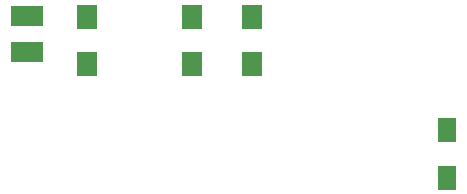
<source format=gbr>
G04 #@! TF.GenerationSoftware,KiCad,Pcbnew,(5.0.1)-3*
G04 #@! TF.CreationDate,2019-04-12T12:40:20-05:00*
G04 #@! TF.ProjectId,New_I2C_ports,4E65775F4932435F706F7274732E6B69,rev?*
G04 #@! TF.SameCoordinates,Original*
G04 #@! TF.FileFunction,Paste,Top*
G04 #@! TF.FilePolarity,Positive*
%FSLAX46Y46*%
G04 Gerber Fmt 4.6, Leading zero omitted, Abs format (unit mm)*
G04 Created by KiCad (PCBNEW (5.0.1)-3) date 12/04/2019 12:40:20*
%MOMM*%
%LPD*%
G01*
G04 APERTURE LIST*
%ADD10R,1.600000X2.000000*%
%ADD11R,2.697480X1.795780*%
%ADD12R,1.700000X2.000000*%
G04 APERTURE END LIST*
D10*
G04 #@! TO.C,C1*
X134620000Y-131540000D03*
X134620000Y-127540000D03*
G04 #@! TD*
D11*
G04 #@! TO.C,D1*
X99060000Y-117881400D03*
X99060000Y-120878600D03*
G04 #@! TD*
D12*
G04 #@! TO.C,R1*
X104140000Y-121920000D03*
X104140000Y-117920000D03*
G04 #@! TD*
G04 #@! TO.C,R2*
X113030000Y-121920000D03*
X113030000Y-117920000D03*
G04 #@! TD*
G04 #@! TO.C,R3*
X118110000Y-117920000D03*
X118110000Y-121920000D03*
G04 #@! TD*
M02*

</source>
